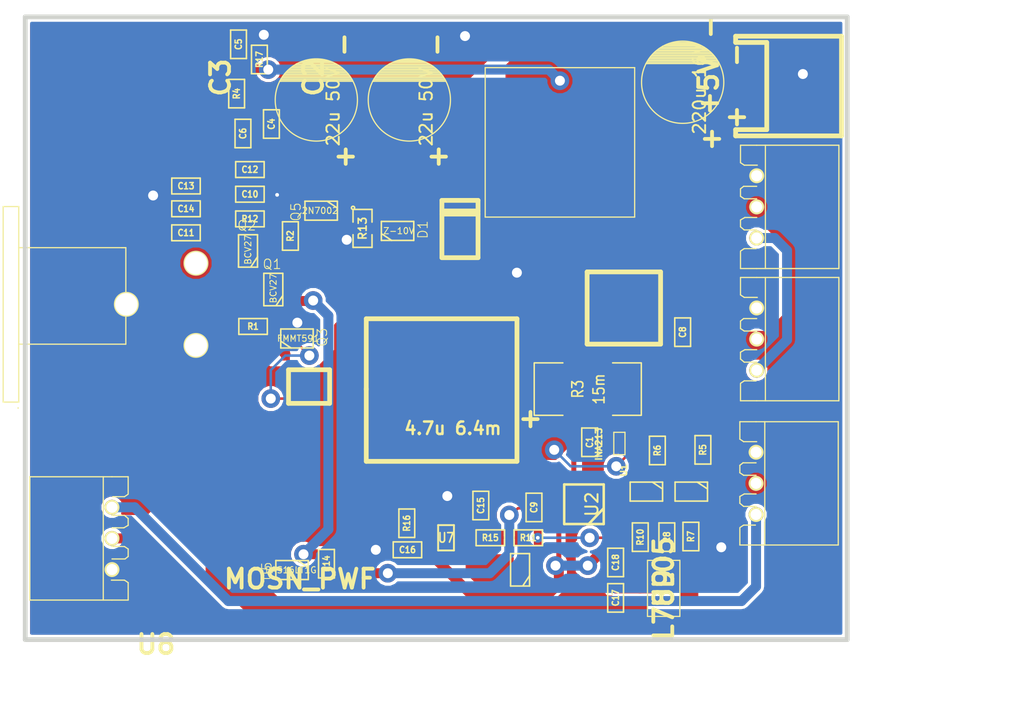
<source format=kicad_pcb>
(kicad_pcb (version 20211014) (generator pcbnew)
  (title_block (date "17 mar 2014"))
  (layers (0 "F.Cu" signal "Front") (31 "B.Cu" signal "Back") (34 "B.Paste" user) (35 "F.Paste" user) (36 "B.SilkS" user "B.Silkscreen") (37 "F.SilkS" user "F.Silkscreen") (38 "B.Mask" user) (39 "F.Mask" user) (44 "Edge.Cuts" user))
  (net 0 "")
  (net 1 "+5V")
  (net 2 "/Connector In/Stabilized")
  (net 3 "/Motor Alimentation/cmdNmos")
  (net 4 "/Motor Alimentation/outINA")
  (net 5 "/connector Out/14V")
  (net 6 "/connector Out/5V")
  (net 7 "/connector Out/Data")
  (net 8 "/connector Out/Data2")
  (net 9 "GND")
  (net 10 "N-0000011")
  (net 11 "N-0000012")
  (net 12 "N-0000013")
  (net 13 "N-0000014")
  (net 14 "N-0000015")
  (net 15 "N-0000016")
  (net 16 "N-0000019")
  (net 17 "N-0000020")
  (net 18 "N-0000021")
  (net 19 "N-0000022")
  (net 20 "N-0000023")
  (net 21 "N-0000024")
  (net 22 "N-0000025")
  (net 23 "N-0000026")
  (net 24 "N-000004")
  (net 25 "N-000005")
  (net 26 "N-000006")
  (net 27 "N-000008")
  (net 28 "N-000009")
  (footprint "SM0603" (layer "F.Cu") (at 74.3204 55.7784 -90)
    (fp_text reference "C1")
    (fp_text value "100n" hide)
  )
  (footprint "CAN-Radial-D8" (layer "F.Cu") (at 59.8424 28.2956 -90)
    (fp_text reference "C2")
    (fp_text value "22u 50V")
  )
  (footprint "CAN-Radial-D8" (layer "F.Cu") (at 52.3748 28.2956 -90)
    (fp_text reference "C3")
    (fp_text value "22u 50V")
  )
  (footprint "SM0603" (layer "F.Cu") (at 48.768 30.226 90)
    (fp_text reference "C4")
    (fp_text value "470n" hide)
  )
  (footprint "SM0603" (layer "F.Cu") (at 46.1264 23.8252 90)
    (fp_text reference "C5")
    (fp_text value "100n" hide)
  )
  (footprint "SM0603" (layer "F.Cu") (at 46.482 30.988 -90)
    (fp_text reference "C6")
    (fp_text value "10n" hide)
  )
  (footprint "CAN-Radial-D8" (layer "F.Cu") (at 81.788 26.8732 -90)
    (fp_text reference "C7" hide)
    (fp_text value "220u 16V")
  )
  (footprint "SM0603" (layer "F.Cu") (at 81.788 46.9392 -90)
    (fp_text reference "C8")
    (fp_text value "20u" hide)
  )
  (footprint "SM0603" (layer "F.Cu") (at 69.85 61.0108 -90)
    (fp_text reference "C9")
    (fp_text value "100n" hide)
  )
  (footprint "SM0603" (layer "F.Cu") (at 47.0408 35.8648)
    (fp_text reference "C10")
    (fp_text value "4.7u" hide)
  )
  (footprint "SM0603" (layer "F.Cu") (at 41.91 38.9636 180)
    (fp_text reference "C11")
    (fp_text value "4.7u" hide)
  )
  (footprint "SM0603" (layer "F.Cu") (at 47.0408 33.8836)
    (fp_text reference "C12")
    (fp_text value "4.7u" hide)
  )
  (footprint "SM0603" (layer "F.Cu") (at 41.91 35.2044 180)
    (fp_text reference "C13")
    (fp_text value "4.7u" hide)
  )
  (footprint "SM0603" (layer "F.Cu") (at 41.91 37.0332 180)
    (fp_text reference "C14")
    (fp_text value "4.7u" hide)
  )
  (footprint "SM0603" (layer "F.Cu") (at 65.5828 60.8584 -90)
    (fp_text reference "C15")
    (fp_text value "470p" hide)
  )
  (footprint "SOT23D" (layer "F.Cu") (at 58.928 38.8112)
    (fp_text reference "D1")
    (fp_text value "Z-10V")
  )
  (footprint "SOT23D" (layer "F.Cu") (at 82.4484 59.7408 180)
    (fp_text reference "D2" hide)
    (fp_text value "BAS16LT1G" hide)
  )
  (footprint "SOT23D" (layer "F.Cu") (at 78.8416 59.7408 180)
    (fp_text reference "D3" hide)
    (fp_text value "BAS16LT1G" hide)
  )
  (footprint "PowerFlat" (layer "F.Cu") (at 77.216 47.7012)
    (fp_text reference "D4" hide)
    (fp_text value "STPS3045DJF" hide)
  )
  (footprint "DO-214AC" (layer "F.Cu") (at 63.9064 38.6588 90)
    (fp_text reference "D6" hide)
    (fp_text value "B350A-13-F" hide)
  )
  (footprint "Molex3B_90" (layer "F.Cu") (at 87.6808 59.0804 -90)
    (fp_text reference "K1" hide)
    (fp_text value "CONN_3" hide)
  )
  (footprint "Molex3B_90" (layer "F.Cu") (at 35.9664 63.5 90)
    (fp_text reference "K2" hide)
    (fp_text value "CONN_3" hide)
  )
  (footprint "Molex3B_90" (layer "F.Cu") (at 87.7316 47.498 -90)
    (fp_text reference "K3" hide)
    (fp_text value "CONN_3" hide)
  )
  (footprint "Molex3B_90" (layer "F.Cu") (at 87.7316 36.8808 -90)
    (fp_text reference "K4" hide)
    (fp_text value "CONN_3" hide)
  )
  (footprint "Inductor1210" (layer "F.Cu") (at 62.4332 51.562)
    (fp_text reference "L1" hide)
    (fp_text value "4.7u 6.4m")
  )
  (footprint "L-12-12-10" (layer "F.Cu") (at 71.9328 31.6992)
    (fp_text reference "L2" hide)
    (fp_text value "33u" hide)
  )
  (footprint "CONN_JST-2_SMD" (layer "F.Cu") (at 94.5388 27.178 90)
    (fp_text reference "+5V")
    (fp_text value "CONN_2" hide)
  )
  (footprint "JACK_Puissance" (layer "F.Cu") (at 27.2288 44.704)
    (fp_text reference "P4" hide)
    (fp_text value "CONN_2" hide)
  )
  (footprint "SOT23_p" (layer "F.Cu") (at 48.9204 43.4848 90)
    (fp_text reference "Q1")
    (fp_text value "BCV27")
  )
  (footprint "SOT23_p" (layer "F.Cu") (at 46.8884 40.386 90)
    (fp_text reference "Q2")
    (fp_text value "BCV27")
  )
  (footprint "SOT23_p" (layer "F.Cu") (at 50.8508 47.4472)
    (fp_text reference "Q3")
    (fp_text value "FMMT591")
  )
  (footprint "SOT23" (layer "F.Cu") (at 52.7304 37.1856 180)
    (fp_text reference "Q5")
    (fp_text value "2N7002")
  )
  (footprint "SM0603" (layer "F.Cu") (at 47.2948 46.482)
    (fp_text reference "R1")
    (fp_text value "1k" hide)
  )
  (footprint "SM0603" (layer "F.Cu") (at 50.292 39.2176 90)
    (fp_text reference "R2")
    (fp_text value "330" hide)
  )
  (footprint "SM2512" (layer "F.Cu") (at 74.168 51.5112)
    (fp_text reference "R3")
    (fp_text value "15m")
  )
  (footprint "SM0603" (layer "F.Cu") (at 45.974 27.7876 -90)
    (fp_text reference "R4")
    (fp_text value "8.2k" hide)
  )
  (footprint "SM0603" (layer "F.Cu") (at 83.4136 56.388 90)
    (fp_text reference "R5")
    (fp_text value "49.3k" hide)
  )
  (footprint "SM0603" (layer "F.Cu") (at 79.756 56.4388 90)
    (fp_text reference "R6")
    (fp_text value "10k" hide)
  )
  (footprint "SM0603" (layer "F.Cu") (at 82.4484 63.3476 -90)
    (fp_text reference "R7")
    (fp_text value "10k" hide)
  )
  (footprint "SM0603" (layer "F.Cu") (at 80.518 63.3984 90)
    (fp_text reference "R8")
    (fp_text value "10k" hide)
  )
  (footprint "SM0603" (layer "F.Cu") (at 78.3844 63.3984 -90)
    (fp_text reference "R10")
    (fp_text value "10k" hide)
  )
  (footprint "SM0603" (layer "F.Cu") (at 69.3928 63.4492)
    (fp_text reference "R11")
    (fp_text value "470k" hide)
  )
  (footprint "SM0603" (layer "F.Cu") (at 47.0408 37.846)
    (fp_text reference "R12")
    (fp_text value "1k" hide)
  )
  (footprint "SM0805" (layer "F.Cu") (at 56.0832 38.608 -90)
    (fp_text reference "R13")
    (fp_text value "3k" hide)
  )
  (footprint "SM0603" (layer "F.Cu") (at 53.1876 65.532 -90)
    (fp_text reference "R14")
    (fp_text value "1k" hide)
  )
  (footprint "SM0603" (layer "F.Cu") (at 66.3448 63.4492 180)
    (fp_text reference "R15")
    (fp_text value "1k" hide)
  )
  (footprint "SM0603" (layer "F.Cu") (at 59.6392 62.2808 90)
    (fp_text reference "R16")
    (fp_text value "10k" hide)
  )
  (footprint "SC70" (layer "F.Cu") (at 76.708 55.88 -90)
    (fp_text reference "U1")
    (fp_text value "INA213")
  )
  (footprint "MSOP_8" (layer "F.Cu") (at 73.8632 60.7568 90)
    (fp_text reference "U2")
    (fp_text value "LT1721" hide)
  )
  (footprint "PowerPAK" (layer "F.Cu") (at 50.3428 51.2572 -90)
    (fp_text reference "U3" hide)
    (fp_text value "SI7101DN-T1-GE3" hide)
  )
  (footprint "TO263" (layer "F.Cu") (at 35.2552 28.3972)
    (fp_text reference "U4" hide)
    (fp_text value "LM2673" hide)
  )
  (footprint "SOT23" (layer "F.Cu") (at 50.3936 66.04 180)
    (fp_text reference "U5")
    (fp_text value "BAS16LT1G")
  )
  (footprint "SOT23" (layer "F.Cu") (at 68.7324 65.9892 90)
    (fp_text reference "U6" hide)
    (fp_text value "BAS16LT1G" hide)
  )
  (footprint "SOT353" (layer "F.Cu") (at 62.7888 63.4492 180)
    (fp_text reference "U7")
    (fp_text value "74HC1G14" hide)
  )
  (footprint "SM0603" (layer "F.Cu") (at 59.69 64.4144)
    (fp_text reference "C16")
    (fp_text value "100n" hide)
  )
  (footprint "PG-TDSON" (layer "F.Cu") (at 51.0032 60.9092)
    (fp_text reference "U8")
    (fp_text value "MOSN_PWF")
  )
  (footprint "SM0603" (layer "F.Cu") (at 47.8028 25.0444 -90)
    (fp_text reference "R17")
    (fp_text value "1k" hide)
  )
  (footprint "SM0603" (layer "F.Cu") (at 76.4032 68.2752 90)
    (fp_text reference "C17")
    (fp_text value "330n" hide)
  )
  (footprint "SM0603" (layer "F.Cu") (at 76.4032 65.4304 -90)
    (fp_text reference "C18")
    (fp_text value "100n" hide)
  )
  (footprint "SOT-89" (layer "F.Cu") (at 80.264 67.5132 -90)
    (fp_text reference "U9")
    (fp_text value "L78L05")
  )
  (gr_line (start 95 21.6256) (end 95 71.6256) (layer "Edge.Cuts") (width 0.381))
  (gr_line (start 29 71.6256) (end 95 71.6256) (layer "Edge.Cuts") (width 0.381))
  (gr_line (start 29 21.6256) (end 95 21.6256) (layer "Edge.Cuts") (width 0.381))
  (gr_line (start 29 21.6256) (end 29 71.6256) (layer "Edge.Cuts") (width 0.381))
  (segment (start 69.89064 61.73216) (end 71.7042 61.73216) (width 0.4) (layer "F.Cu") (net 1))
  (segment (start 71.8439 61.87186) (end 71.7042 61.73216) (width 0.2032) (layer "F.Cu") (net 1))
  (segment (start 71.8439 67.1449) (end 70.9676 68.0212) (width 0.8) (layer "F.Cu") (net 1))
  (segment (start 70.9676 68.0212) (end 64.8208 68.0212) (width 0.8) (layer "F.Cu") (net 1))
  (segment (start 64.8208 68.0212) (end 61.7728 64.9732) (width 0.8) (layer "F.Cu") (net 1))
  (segment (start 61.7728 64.9732) (end 61.7728 64.4144) (width 0.8) (layer "F.Cu") (net 1))
  (segment (start 60.7822 64.0842) (end 60.452 64.4144) (width 0.4) (layer "F.Cu") (net 1))
  (segment (start 61.7728 64.4144) (end 61.7728 64.0842) (width 0.4) (layer "F.Cu") (net 1))
  (segment (start 78.364 64.1808) (end 78.3844 64.1604) (width 0.8) (layer "F.Cu") (net 1))
  (segment (start 71.5772 65.6844) (end 71.8439 65.6844) (width 0.8) (layer "F.Cu") (net 1))
  (segment (start 71.8439 65.532) (end 71.8439 65.6844) (width 0.8) (layer "F.Cu") (net 1))
  (segment (start 76.9112 64.1604) (end 76.4032 64.6684) (width 0.8) (layer "F.Cu") (net 1))
  (segment (start 75.184 64.6684) (end 76.4032 64.6684) (width 0.8) (layer "F.Cu") (net 1))
  (segment (start 78.364 66.0232) (end 78.364 64.1808) (width 0.8) (layer "F.Cu") (net 1))
  (segment (start 61.7728 64.0842) (end 60.7822 64.0842) (width 0.4) (layer "F.Cu") (net 1))
  (segment (start 71.8439 65.532) (end 71.8439 61.87186) (width 0.4) (layer "F.Cu") (net 1))
  (segment (start 78.3844 64.1604) (end 76.9112 64.1604) (width 0.8) (layer "F.Cu") (net 1))
  (segment (start 71.8439 65.532) (end 71.8439 67.1449) (width 0.8) (layer "F.Cu") (net 1))
  (segment (start 74.168 65.6844) (end 75.184 64.6684) (width 0.8) (layer "F.Cu") (net 1))
  (segment (start 69.85 61.7728) (end 69.89064 61.73216) (width 0.2032) (layer "F.Cu") (net 1))
  (segment (start 61.7728 64.4144) (end 60.452 64.4144) (width 0.4) (layer "F.Cu") (net 1))
  (via (at 74.168 65.6844) (size 1.5) (drill 0.8) (layers "F.Cu" "B.Cu") (net 1))
  (via (at 71.5772 65.6844) (size 1.5) (drill 0.8) (layers "F.Cu" "B.Cu") (net 1))
  (segment (start 74.168 65.6844) (end 71.5772 65.6844) (width 0.8) (layer "B.Cu") (net 1))
  (segment (start 42.7576 41.4528) (end 42.7088 41.404) (width 0.2032) (layer "F.Cu") (net 2))
  (segment (start 45.7588 38.354) (end 46.2788 37.846) (width 0.3) (layer "F.Cu") (net 2))
  (segment (start 74.33056 56.53024) (end 74.3204 56.5404) (width 0.2032) (layer "F.Cu") (net 2))
  (segment (start 74.3204 61.6712) (end 72.7964 63.1952) (width 0.2032) (layer "F.Cu") (net 2))
  (segment (start 72.7964 63.1952) (end 72.7964 68.072) (width 0.2032) (layer "F.Cu") (net 2))
  (segment (start 42.7736 39.0652) (end 42.672 38.9636) (width 0.2032) (layer "F.Cu") (net 2))
  (segment (start 47.9298 50.2666) (end 46.5328 48.8696) (width 0.2032) (layer "F.Cu") (net 2))
  (segment (start 46.5328 48.8696) (end 46.5328 46.482) (width 0.2032) (layer "F.Cu") (net 2))
  (segment (start 45.5168 45.466) (end 46.5328 46.482) (width 0.8) (layer "F.Cu") (net 2))
  (segment (start 45.6184 41.3512) (end 45.5168 41.4528) (width 0.2032) (layer "F.Cu") (net 2))
  (segment (start 46.5328 52.4256) (end 44.8056 54.1528) (width 0.8) (layer "F.Cu") (net 2))
  (segment (start 44.8056 54.1528) (end 44.8056 65.6336) (width 0.8) (layer "F.Cu") (net 2))
  (segment (start 44.8056 65.6336) (end 48.8188 69.6468) (width 0.8) (layer "F.Cu") (net 2))
  (segment (start 48.8188 69.6468) (end 71.2216 69.6468) (width 0.8) (layer "F.Cu") (net 2))
  (segment (start 71.2216 69.6468) (end 72.4916 68.3768) (width 0.8) (layer "F.Cu") (net 2))
  (segment (start 48.7172 30.9372) (end 48.768 30.988) (width 0.2032) (layer "F.Cu") (net 2))
  (segment (start 52.3672 30.988) (end 52.3748 30.9956) (width 0.2032) (layer "F.Cu") (net 2))
  (segment (start 42.7088 39.0004) (end 42.672 38.9636) (width 0.8) (layer "F.Cu") (net 2))
  (segment (start 42.672 34.3916) (end 41.4528 33.1724) (width 0.8) (layer "F.Cu") (net 2))
  (segment (start 41.4528 33.1724) (end 41.4528 31.1912) (width 0.8) (layer "F.Cu") (net 2))
  (segment (start 41.4528 31.1912) (end 41.7068 30.9372) (width 0.8) (layer "F.Cu") (net 2))
  (segment (start 41.7068 30.9372) (end 43.5752 30.9372) (width 0.8) (layer "F.Cu") (net 2))
  (segment (start 77.216 34.6964) (end 73.5152 30.9956) (width 0.8) (layer "F.Cu") (net 2))
  (segment (start 73.5152 30.9956) (end 59.8424 30.9956) (width 0.8) (layer "F.Cu") (net 2))
  (segment (start 73.118 69.0032) (end 72.4916 68.3768) (width 0.8) (layer "F.Cu") (net 2))
  (segment (start 72.4916 68.3768) (end 72.7964 68.072) (width 0.8) (layer "F.Cu") (net 2))
  (segment (start 42.672 38.9636) (end 42.672 37.0332) (width 0.8) (layer "F.Cu") (net 2))
  (segment (start 46.2788 35.8648) (end 46.2788 37.846) (width 0.8) (layer "F.Cu") (net 2))
  (segment (start 46.228 38.5572) (end 42.7736 39.0652) (width 0.8) (layer "F.Cu") (net 2))
  (segment (start 42.7088 41.404) (end 45.7588 38.354) (width 0.8) (layer "F.Cu") (net 2))
  (segment (start 78.364 69.0032) (end 73.118 69.0032) (width 0.8) (layer "F.Cu") (net 2))
  (segment (start 77.216 44.0817) (end 77.216 34.6964) (width 0.8) (layer "F.Cu") (net 2))
  (segment (start 45.6184 40.386) (end 45.6184 41.3512) (width 0.8) (layer "F.Cu") (net 2))
  (segment (start 48.768 30.988) (end 52.3672 30.988) (width 0.2032) (layer "F.Cu") (net 2))
  (segment (start 74.3204 56.5404) (end 74.3204 61.6712) (width 0.2032) (layer "F.Cu") (net 2))
  (segment (start 50.3428 50.2666) (end 47.9298 50.2666) (width 0.2032) (layer "F.Cu") (net 2))
  (segment (start 46.5328 46.482) (end 46.5328 52.4256) (width 0.8) (layer "F.Cu") (net 2))
  (segment (start 42.672 37.0332) (end 42.672 35.2044) (width 0.8) (layer "F.Cu") (net 2))
  (segment (start 43.5752 30.9372) (end 48.7172 30.9372) (width 0.2032) (layer "F.Cu") (net 2))
  (segment (start 50.3428 50.927) (end 50.3428 50.2666) (width 0.2032) (layer "F.Cu") (net 2))
  (segment (start 76.00696 56.53024) (end 74.33056 56.53024) (width 0.2032) (layer "F.Cu") (net 2))
  (segment (start 52.3748 30.9956) (end 59.8424 30.9956) (width 0.2032) (layer "F.Cu") (net 2))
  (segment (start 45.5168 41.4528) (end 42.7576 41.4528) (width 0.8) (layer "F.Cu") (net 2))
  (segment (start 45.5168 41.4528) (end 45.5168 45.466) (width 0.8) (layer "F.Cu") (net 2))
  (segment (start 42.672 35.2044) (end 42.672 34.3916) (width 0.8) (layer "F.Cu") (net 2))
  (segment (start 42.7088 41.404) (end 42.7088 39.0004) (width 0.8) (layer "F.Cu") (net 2))
  (segment (start 50.3428 51.5874) (end 50.3428 50.927) (width 0.2032) (layer "F.Cu") (net 2))
  (segment (start 46.2788 33.8836) (end 46.2788 35.8648) (width 0.8) (layer "F.Cu") (net 2))
  (segment (start 61.7474 62.8396) (end 61.7728 62.8142) (width 0.3) (layer "F.Cu") (net 3))
  (segment (start 59.4106 59.0042) (end 59.6392 59.2328) (width 0.2032) (layer "F.Cu") (net 3))
  (segment (start 59.6392 59.2328) (end 59.6392 61.5188) (width 0.8) (layer "F.Cu") (net 3))
  (segment (start 61.214 61.5188) (end 61.7728 62.0776) (width 0.8) (layer "F.Cu") (net 3))
  (segment (start 61.7728 62.0776) (end 61.7728 62.8142) (width 0.8) (layer "F.Cu") (net 3))
  (segment (start 57.2532 59.0042) (end 59.4106 59.0042) (width 0.8) (layer "F.Cu") (net 3))
  (segment (start 59.6392 61.5188) (end 61.214 61.5188) (width 0.8) (layer "F.Cu") (net 3))
  (segment (start 79.30896 55.22976) (end 79.756 55.6768) (width 0.2032) (layer "F.Cu") (net 4))
  (segment (start 77.40904 55.22976) (end 79.30896 55.22976) (width 0.2032) (layer "F.Cu") (net 4))
  (segment (start 89.1032 47.498) (end 91.2876 45.3136) (width 0.2032) (layer "F.Cu") (net 5))
  (segment (start 91.2876 45.3136) (end 91.2876 40.4368) (width 0.2032) (layer "F.Cu") (net 5))
  (segment (start 91.2876 40.4368) (end 87.7316 36.8808) (width 0.2032) (layer "F.Cu") (net 5))
  (segment (start 77.16774 53.84546) (end 76.708 54.3052) (width 0.3) (layer "F.Cu") (net 5))
  (segment (start 76.708 54.3052) (end 76.708 55.8292) (width 0.3) (layer "F.Cu") (net 5))
  (segment (start 76.708 55.8292) (end 76.7588 55.88) (width 0.3) (layer "F.Cu") (net 5))
  (segment (start 76.7588 55.88) (end 77.40904 55.88) (width 0.3) (layer "F.Cu") (net 5))
  (segment (start 77.16774 48.38446) (end 77.851 47.7012) (width 0.2032) (layer "F.Cu") (net 5))
  (segment (start 75.0824 47.7012) (end 75.311 47.7012) (width 0.2032) (layer "F.Cu") (net 5))
  (segment (start 87.5284 47.7012) (end 87.7316 47.498) (width 0.2032) (layer "F.Cu") (net 5))
  (segment (start 79.2988 51.5112) (end 77.16774 51.5112) (width 0.2032) (layer "F.Cu") (net 5))
  (segment (start 85.852 59.0804) (end 85.2932 58.5216) (width 0.2032) (layer "F.Cu") (net 5))
  (segment (start 85.2932 58.5216) (end 85.2932 56.2356) (width 0.2032) (layer "F.Cu") (net 5))
  (segment (start 85.2932 56.2356) (end 84.6836 55.626) (width 0.2032) (layer "F.Cu") (net 5))
  (segment (start 84.6836 55.626) (end 83.4136 55.626) (width 0.2032) (layer "F.Cu") (net 5))
  (segment (start 86.3092 47.498) (end 80.7974 53.0098) (width 0.2032) (layer "F.Cu") (net 5))
  (segment (start 80.7974 53.0098) (end 79.2988 51.5112) (width 0.2032) (layer "F.Cu") (net 5))
  (segment (start 38.354 63.5) (end 45.5676 70.7136) (width 0.8) (layer "F.Cu") (net 5))
  (segment (start 91.5416 60.0964) (end 90.5256 59.0804) (width 0.8) (layer "F.Cu") (net 5))
  (segment (start 87.6808 59.0804) (end 90.5256 59.0804) (width 0.8) (layer "F.Cu") (net 5))
  (segment (start 91.5416 68.2752) (end 89.2048 70.612) (width 0.8) (layer "F.Cu") (net 5))
  (segment (start 89.1032 70.7136) (end 89.2048 70.612) (width 0.8) (layer "F.Cu") (net 5))
  (segment (start 77.16774 51.5112) (end 77.16774 48.38446) (width 0.2032) (layer "F.Cu") (net 5))
  (segment (start 76.581 47.7012) (end 75.0824 47.7012) (width 0.2032) (layer "F.Cu") (net 5))
  (segment (start 81.788 47.7012) (end 79.121 47.7012) (width 0.2032) (layer "F.Cu") (net 5))
  (segment (start 81.788 47.7012) (end 87.5284 47.7012) (width 0.2032) (layer "F.Cu") (net 5))
  (segment (start 91.5416 68.2752) (end 91.5416 60.0964) (width 0.8) (layer "F.Cu") (net 5))
  (segment (start 38.354 63.5) (end 35.9664 63.5) (width 0.8) (layer "F.Cu") (net 5))
  (segment (start 45.5676 70.7136) (end 89.1032 70.7136) (width 0.8) (layer "F.Cu") (net 5))
  (segment (start 83.4136 55.626) (end 80.7974 53.0098) (width 0.2032) (layer "F.Cu") (net 5))
  (segment (start 87.6808 59.0804) (end 85.852 59.0804) (width 0.2032) (layer "F.Cu") (net 5))
  (segment (start 77.851 47.7012) (end 76.581 47.7012) (width 0.2032) (layer "F.Cu") (net 5))
  (segment (start 87.7316 47.498) (end 89.1032 47.498) (width 0.2032) (layer "F.Cu") (net 5))
  (segment (start 77.851 47.7012) (end 79.121 47.7012) (width 0.2032) (layer "F.Cu") (net 5))
  (segment (start 77.16774 51.5112) (end 77.16774 53.84546) (width 0.3) (layer "F.Cu") (net 5))
  (segment (start 87.7316 47.498) (end 86.3092 47.498) (width 0.2032) (layer "F.Cu") (net 5))
  (segment (start 87.17026 28.2956) (end 87.28964 28.17622) (width 0.8) (layer "F.Cu") (net 6))
  (segment (start 83.18498 28.17622) (end 87.28964 28.17622) (width 0.8) (layer "F.Cu") (net 6))
  (segment (start 78.964 26.7492) (end 81.788 29.5732) (width 0.8) (layer "F.Cu") (net 6))
  (segment (start 47.752 25.8572) (end 47.8028 25.8064) (width 0.2032) (layer "F.Cu") (net 6))
  (segment (start 43.5752 25.8572) (end 47.752 25.8572) (width 0.2032) (layer "F.Cu") (net 6))
  (segment (start 43.5752 25.8572) (end 48.514 25.8572) (width 0.8) (layer "F.Cu") (net 6))
  (segment (start 81.788 29.5732) (end 83.18498 28.17622) (width 0.8) (layer "F.Cu") (net 6))
  (segment (start 71.9328 26.7492) (end 78.964 26.7492) (width 0.8) (layer "F.Cu") (net 6))
  (via (at 71.9328 26.7492) (size 1.5) (drill 0.8) (layers "F.Cu" "B.Cu") (net 6))
  (via (at 48.514 25.8572) (size 1.5) (drill 0.8) (layers "F.Cu" "B.Cu") (net 6))
  (segment (start 71.9328 26.7492) (end 71.0408 25.8572) (width 0.8) (layer "B.Cu") (net 6))
  (segment (start 71.0408 25.8572) (end 48.514 25.8572) (width 0.8) (layer "B.Cu") (net 6))
  (segment (start 37.7844 61) (end 45.3136 68.5292) (width 0.8) (layer "B.Cu") (net 7))
  (segment (start 45.3136 68.5292) (end 86.5124 68.5292) (width 0.8) (layer "B.Cu") (net 7))
  (segment (start 86.5124 68.5292) (end 87.6808 67.3608) (width 0.8) (layer "B.Cu") (net 7))
  (segment (start 87.6808 67.3608) (end 87.6808 61.5804) (width 0.8) (layer "B.Cu") (net 7))
  (segment (start 35.9664 61) (end 37.7844 61) (width 0.8) (layer "B.Cu") (net 7))
  (segment (start 90.17 47.5596) (end 90.17 40.386) (width 0.8) (layer "B.Cu") (net 8))
  (segment (start 90.17 40.386) (end 89.1648 39.3808) (width 0.8) (layer "B.Cu") (net 8))
  (segment (start 89.1648 39.3808) (end 87.7316 39.3808) (width 0.8) (layer "B.Cu") (net 8))
  (segment (start 87.7316 49.998) (end 90.17 47.5596) (width 0.8) (layer "B.Cu") (net 8))
  (segment (start 70.31736 59.78144) (end 71.7042 59.78144) (width 0.2032) (layer "F.Cu") (net 9))
  (segment (start 59.817 62.8142) (end 59.8424 62.8396) (width 0.3) (layer "F.Cu") (net 9))
  (segment (start 57.177 61.3664) (end 56.9484 61.595) (width 0.3) (layer "F.Cu") (net 9))
  (segment (start 80.5688 64.1096) (end 80.518 64.1604) (width 0.3) (layer "F.Cu") (net 9))
  (segment (start 65.7352 60.2488) (end 69.85 60.2488) (width 0.4) (layer "F.Cu") (net 9))
  (segment (start 74.53376 55.22976) (end 74.3204 55.0164) (width 0.4) (layer "F.Cu") (net 9))
  (segment (start 56.4744 39.9517) (end 56.0832 39.5605) (width 0.2032) (layer "F.Cu") (net 9))
  (segment (start 86.5524 46.1772) (end 87.7316 44.998) (width 0.8) (layer "F.Cu") (net 9))
  (segment (start 42.8244 48.1196) (end 42.7088 48.004) (width 0.2032) (layer "F.Cu") (net 9))
  (segment (start 37.1188 30.2608) (end 35.2552 28.3972) (width 0.2032) (layer "F.Cu") (net 9))
  (segment (start 51.7271 35.8648) (end 51.7779 35.9156) (width 0.2032) (layer "F.Cu") (net 9))
  (segment (start 49.1744 35.8648) (end 49.2252 35.9156) (width 0.2032) (layer "F.Cu") (net 9))
  (segment (start 39.2684 35.9664) (end 39.624 36.322) (width 0.2032) (layer "F.Cu") (net 9))
  (segment (start 39.5732 37.0332) (end 41.148 37.0332) (width 0.2032) (layer "F.Cu") (net 9))
  (segment (start 56.9738 62.8396) (end 56.9484 62.865) (width 0.2032) (layer "F.Cu") (net 9))
  (segment (start 73.4568 55.0164) (end 73.0504 55.4228) (width 0.4) (layer "F.Cu") (net 9))
  (segment (start 73.0504 55.4228) (end 73.0504 58.43524) (width 0.4) (layer "F.Cu") (net 9))
  (segment (start 45.8216 28.3972) (end 45.974 28.5496) (width 0.2032) (layer "F.Cu") (net 9))
  (segment (start 47.8536 28.5496) (end 48.768 29.464) (width 0.2032) (layer "F.Cu") (net 9))
  (segment (start 48.768 29.2024) (end 52.3748 25.5956) (width 0.8) (layer "F.Cu") (net 9))
  (segment (start 83.79458 26.17978) (end 81.788 24.1732) (width 0.8) (layer "F.Cu") (net 9))
  (segment (start 49.1744 35.8648) (end 49.2252 35.9156) (width 0.8) (layer "F.Cu") (net 9))
  (segment (start 40.0304 35.2044) (end 39.2684 35.9664) (width 0.8) (layer "F.Cu") (net 9))
  (segment (start 57.9755 40.3479) (end 58.8264 41.1988) (width 0.8) (layer "F.Cu") (net 9))
  (segment (start 58.8264 41.1988) (end 63.3664 41.1988) (width 0.8) (layer "F.Cu") (net 9))
  (segment (start 63.3664 41.1988) (end 63.9064 40.6588) (width 0.2032) (layer "F.Cu") (net 9))
  (segment (start 91.40698 26.17978) (end 91.44 26.2128) (width 0.8) (layer "F.Cu") (net 9))
  (segment (start 54.8513 39.5605) (end 54.8132 39.5224) (width 0.8) (layer "F.Cu") (net 9))
  (segment (start 40.3352 37.0332) (end 39.2684 35.9664) (width 0.8) (layer "F.Cu") (net 9))
  (segment (start 39.4716 38.9636) (end 39.2684 38.7604) (width 0.8) (layer "F.Cu") (net 9))
  (segment (start 39.2684 38.7604) (end 39.2684 35.9664) (width 0.8) (layer "F.Cu") (net 9))
  (segment (start 66.9732 40.6588) (end 68.4784 42.164) (width 0.8) (layer "F.Cu") (net 9))
  (segment (start 40.5892 23.0632) (end 35.2552 28.3972) (width 0.8) (layer "F.Cu") (net 9))
  (segment (start 49.8424 23.0632) (end 52.3748 25.5956) (width 0.8) (layer "F.Cu") (net 9))
  (segment (start 80.7796 23.1648) (end 64.3128 23.1648) (width 0.8) (layer "F.Cu") (net 9))
  (segment (start 62.2732 23.1648) (end 59.8424 25.5956) (width 0.8) (layer "F.Cu") (net 9))
  (segment (start 64.3128 23.1648) (end 62.2732 23.1648) (width 0.8) (layer "F.Cu") (net 9))
  (segment (start 49.0728 23.0632) (end 49.8424 23.0632) (width 0.8) (layer "F.Cu") (net 9))
  (segment (start 48.1584 23.0632) (end 49.0728 23.0632) (width 0.8) (layer "F.Cu") (net 9))
  (segment (start 84.9484 34.3808) (end 83.5152 35.814) (width 0.8) (layer "F.Cu") (net 9))
  (segment (start 83.5152 35.814) (end 83.5152 45.72) (width 0.8) (layer "F.Cu") (net 9))
  (segment (start 83.5152 45.72) (end 83.058 46.1772) (width 0.8) (layer "F.Cu") (net 9))
  (segment (start 83.058 46.1772) (end 84.2264 46.1772) (width 0.8) (layer "F.Cu") (net 9))
  (segment (start 83.7692 45.72) (end 84.2264 46.1772) (width 0.8) (layer "F.Cu") (net 9))
  (segment (start 84.2264 46.1772) (end 86.5524 46.1772) (width 0.8) (layer "F.Cu") (net 9))
  (segment (start 63.8048 61.0108) (end 62.8904 60.0964) (width 0.4) (layer "F.Cu") (net 9))
  (segment (start 57.4818 63.0428) (end 57.2532 62.8142) (width 0.2032) (layer "F.Cu") (net 9))
  (segment (start 57.3278 62.8142) (end 58.928 64.4144) (width 0.8) (layer "F.Cu") (net 9))
  (segment (start 57.0992 64.4144) (end 57.15 64.4144) (width 0.8) (layer "F.Cu") (net 9))
  (segment (start 57.0992 62.9682) (end 57.2532 62.8142) (width 0.8) (layer "F.Cu") (net 9))
  (segment (start 57.2532 63.3492) (end 58.3184 64.4144) (width 0.8) (layer "F.Cu") (net 9))
  (segment (start 58.3184 64.4144) (end 57.0992 64.4144) (width 0.8) (layer "F.Cu") (net 9))
  (segment (start 72.75576 59.78144) (end 73.0504 59.4868) (width 0.4) (layer "F.Cu") (net 9))
  (segment (start 73.0504 59.4868) (end 73.0504 58.43524) (width 0.4) (layer "F.Cu") (net 9))
  (segment (start 79.6036 67.5132) (end 80.518 66.5988) (width 0.8) (layer "F.Cu") (net 9))
  (segment (start 80.518 66.5988) (end 80.518 64.1604) (width 0.8) (layer "F.Cu") (net 9))
  (segment (start 82.3976 64.1604) (end 82.4484 64.1096) (width 0.8) (layer "F.Cu") (net 9))
  (segment (start 82.55 64.2112) (end 84.8868 64.2112) (width 0.8) (layer "F.Cu") (net 9))
  (segment (start 41.148 38.9636) (end 39.4716 38.9636) (width 0.8) (layer "F.Cu") (net 9))
  (segment (start 76.00696 55.22976) (end 74.53376 55.22976) (width 0.4) (layer "F.Cu") (net 9))
  (segment (start 78.364 67.5132) (end 79.6036 67.5132) (width 0.8) (layer "F.Cu") (net 9))
  (segment (start 65.5828 60.0964) (end 65.7352 60.2488) (width 0.3) (layer "F.Cu") (net 9))
  (segment (start 49.0728 23.0632) (end 49.1744 23.1648) (width 0.8) (layer "F.Cu") (net 9))
  (segment (start 45.974 28.5496) (end 47.8536 28.5496) (width 0.2032) (layer "F.Cu") (net 9))
  (segment (start 76.00696 55.88) (end 76.00696 55.22976) (width 0.4) (layer "F.Cu") (net 9))
  (segment (start 71.7042 59.78144) (end 72.75576 59.78144) (width 0.4) (layer "F.Cu") (net 9))
  (segment (start 76.4032 67.5132) (end 78.364 67.5132) (width 0.8) (layer "F.Cu") (net 9))
  (segment (start 87.28964 26.17978) (end 83.79458 26.17978) (width 0.8) (layer "F.Cu") (net 9))
  (segment (start 46.1264 23.0632) (end 48.1584 23.0632) (width 0.8) (layer "F.Cu") (net 9))
  (segment (start 52.3748 25.5956) (end 59.8424 25.5956) (width 0.8) (layer "F.Cu") (net 9))
  (segment (start 87.28964 26.17978) (end 91.40698 26.17978) (width 0.8) (layer "F.Cu") (net 9))
  (segment (start 83.5152 45.72) (end 83.7692 45.72) (width 0.8) (layer "F.Cu") (net 9))
  (segment (start 47.8028 35.8648) (end 47.8028 33.8836) (width 0.2032) (layer "F.Cu") (net 9))
  (segment (start 41.148 37.0332) (end 41.148 38.9636) (width 0.2032) (layer "F.Cu") (net 9))
  (segment (start 35.2552 28.3972) (end 43.5752 28.3972) (width 0.2032) (layer "F.Cu") (net 9))
  (segment (start 69.85 60.2488) (end 70.31736 59.78144) (width 0.2032) (layer "F.Cu") (net 9))
  (segment (start 56.0832 39.5605) (end 54.8513 39.5605) (width 0.8) (layer "F.Cu") (net 9))
  (segment (start 63.8048 62.8142) (end 63.8048 61.0108) (width 0.4) (layer "F.Cu") (net 9))
  (segment (start 37.1188 44.704) (end 37.1188 30.2608) (width 0.2032) (layer "F.Cu") (net 9))
  (segment (start 82.4484 64.1096) (end 82.55 64.2112) (width 0.8) (layer "F.Cu") (net 9))
  (segment (start 65.5828 60.0964) (end 62.8904 60.0964) (width 0.8) (layer "F.Cu") (net 9))
  (segment (start 41.148 35.2044) (end 40.0304 35.2044) (width 0.8) (layer "F.Cu") (net 9))
  (segment (start 81.788 46.1772) (end 83.058 46.1772) (width 0.8) (layer "F.Cu") (net 9))
  (segment (start 43.5752 28.3972) (end 45.8216 28.3972) (width 0.2032) (layer "F.Cu") (net 9))
  (segment (start 48.768 29.464) (end 48.768 29.2024) (width 0.2032) (layer "F.Cu") (net 9))
  (segment (start 76.4032 66.1924) (end 76.4032 67.5132) (width 0.8) (layer "F.Cu") (net 9))
  (segment (start 41.148 35.2044) (end 41.148 37.0332) (width 0.2032) (layer "F.Cu") (net 9))
  (segment (start 63.9064 40.6588) (end 66.9732 40.6588) (width 0.8) (layer "F.Cu") (net 9))
  (segment (start 57.2532 61.5442) (end 57.2532 62.8142) (width 0.8) (layer "F.Cu") (net 9))
  (segment (start 47.8028 35.8648) (end 49.1744 35.8648) (width 0.8) (layer "F.Cu") (net 9))
  (segment (start 47.8028 35.8648) (end 51.7271 35.8648) (width 0.2032) (layer "F.Cu") (net 9))
  (segment (start 46.1264 23.0632) (end 40.5892 23.0632) (width 0.8) (layer "F.Cu") (net 9))
  (segment (start 57.2532 62.8142) (end 57.3278 62.8142) (width 0.2032) (layer "F.Cu") (net 9))
  (segment (start 57.0992 64.4144) (end 57.0992 62.9682) (width 0.8) (layer "F.Cu") (net 9))
  (segment (start 58.928 64.4144) (end 58.3184 64.4144) (width 0.8) (layer "F.Cu") (net 9))
  (segment (start 57.9755 39.9517) (end 57.9755 40.3479) (width 0.2032) (layer "F.Cu") (net 9))
  (segment (start 57.2532 62.8142) (end 57.2532 63.3492) (width 0.8) (layer "F.Cu") (net 9))
  (segment (start 56.9484 61.595) (end 56.9484 60.325) (width 0.4) (layer "F.Cu") (net 9))
  (segment (start 87.7316 34.3808) (end 84.9484 34.3808) (width 0.8) (layer "F.Cu") (net 9))
  (segment (start 81.788 24.1732) (end 80.7796 23.1648) (width 0.8) (layer "F.Cu") (net 9))
  (segment (start 80.518 64.1604) (end 82.3976 64.1604) (width 0.8) (layer "F.Cu") (net 9))
  (segment (start 59.6392 63.0428) (end 57.4818 63.0428) (width 0.8) (layer "F.Cu") (net 9))
  (segment (start 41.148 37.0332) (end 40.3352 37.0332) (width 0.8) (layer "F.Cu") (net 9))
  (segment (start 57.2532 60.2742) (end 57.2532 61.5442) (width 0.8) (layer "F.Cu") (net 9))
  (segment (start 73.4568 55.0164) (end 74.3204 55.0164) (width 0.4) (layer "F.Cu") (net 9))
  (segment (start 57.9755 39.9517) (end 56.4744 39.9517) (width 0.8) (layer "F.Cu") (net 9))
  (via (at 84.8868 64.2112) (size 1.5) (drill 0.8) (layers "F.Cu" "B.Cu") (net 9))
  (via (at 50.8508 46.1772) (size 1.5) (drill 0.8) (layers "F.Cu" "B.Cu") (net 9))
  (via (at 54.8132 39.5224) (size 1.5) (drill 0.8) (layers "F.Cu" "B.Cu") (net 9))
  (via (at 48.1584 23.0632) (size 1.5) (drill 0.8) (layers "F.Cu" "B.Cu") (net 9))
  (via (at 39.2684 35.9664) (size 1.5) (drill 0.8) (layers "F.Cu" "B.Cu") (net 9))
  (via (at 49.2252 35.9156) (size 0.8) (drill 0.3) (layers "F.Cu" "B.Cu") (net 9))
  (via (at 64.3128 23.1648) (size 1.5) (drill 0.8) (layers "F.Cu" "B.Cu") (net 9))
  (via (at 91.44 26.2128) (size 1.5) (drill 0.8) (layers "F.Cu" "B.Cu") (net 9))
  (via (at 62.8904 60.0964) (size 1.5) (drill 0.8) (layers "F.Cu" "B.Cu") (net 9))
  (via (at 68.4784 42.164) (size 1.5) (drill 0.8) (layers "F.Cu" "B.Cu") (net 9))
  (via (at 57.15 64.4144) (size 1.5) (drill 0.8) (layers "F.Cu" "B.Cu") (net 9))
  (segment (start 49.024 48.004) (end 50.8508 46.1772) (width 0.8) (layer "B.Cu") (net 9))
  (segment (start 42.7088 48.004) (end 49.024 48.004) (width 0.8) (layer "B.Cu") (net 9))
  (segment (start 32.726 66) (end 30.8864 64.1604) (width 0.8) (layer "B.Cu") (net 9))
  (segment (start 30.8864 64.1604) (end 30.8864 46.5328) (width 0.8) (layer "B.Cu") (net 9))
  (segment (start 30.8864 46.5328) (end 32.7152 44.704) (width 0.8) (layer "B.Cu") (net 9))
  (segment (start 32.7152 44.704) (end 37.1188 44.704) (width 0.8) (layer "B.Cu") (net 9))
  (segment (start 39.4088 44.704) (end 42.7088 48.004) (width 0.8) (layer "B.Cu") (net 9))
  (segment (start 49.2252 35.9156) (end 49.1744 35.9664) (width 0.2032) (layer "B.Cu") (net 9))
  (segment (start 49.1744 35.9664) (end 39.2684 35.9664) (width 0.2032) (layer "B.Cu") (net 9))
  (segment (start 91.44 26.2128) (end 87.7316 29.9212) (width 0.8) (layer "B.Cu") (net 9))
  (segment (start 87.7316 29.9212) (end 87.7316 34.3808) (width 0.8) (layer "B.Cu") (net 9))
  (segment (start 54.8132 39.5224) (end 51.2064 35.9156) (width 0.8) (layer "B.Cu") (net 9))
  (segment (start 51.2064 35.9156) (end 49.2252 35.9156) (width 0.8) (layer "B.Cu") (net 9))
  (segment (start 68.4784 42.164) (end 70.2056 42.164) (width 0.8) (layer "B.Cu") (net 9))
  (segment (start 84.8976 42.164) (end 87.7316 44.998) (width 0.8) (layer "B.Cu") (net 9))
  (segment (start 64.3128 23.1648) (end 64.3128 23.2156) (width 0.8) (layer "B.Cu") (net 9))
  (segment (start 64.2112 23.0632) (end 48.1584 23.0632) (width 0.8) (layer "B.Cu") (net 9))
  (segment (start 57.15 64.4144) (end 59.2328 62.3316) (width 0.4) (layer "B.Cu") (net 9))
  (segment (start 62.8904 60.0964) (end 58.5724 64.4144) (width 0.2032) (layer "B.Cu") (net 9))
  (segment (start 58.5724 64.4144) (end 57.15 64.4144) (width 0.2032) (layer "B.Cu") (net 9))
  (segment (start 84.8868 64.2112) (end 84.8868 59.3744) (width 0.8) (layer "B.Cu") (net 9))
  (segment (start 84.8868 59.3744) (end 87.6808 56.5804) (width 0.8) (layer "B.Cu") (net 9))
  (segment (start 70.2056 42.164) (end 84.8976 42.164) (width 0.8) (layer "B.Cu") (net 9))
  (segment (start 37.1188 44.704) (end 39.4088 44.704) (width 0.8) (layer "B.Cu") (net 9))
  (segment (start 35.9664 66) (end 32.726 66) (width 0.8) (layer "B.Cu") (net 9))
  (segment (start 64.3128 23.1648) (end 64.2112 23.0632) (width 0.8) (layer "B.Cu") (net 9))
  (segment (start 53.3508 51.9792) (end 53.4416 52.07) (width 0.2032) (layer "F.Cu") (net 10))
  (segment (start 53.4416 52.07) (end 53.4416 52.24018) (width 0.2032) (layer "F.Cu") (net 10))
  (segment (start 53.4416 52.24018) (end 53.44922 52.2478) (width 0.2032) (layer "F.Cu") (net 10))
  (segment (start 53.32476 50.2666) (end 52.33416 51.2572) (width 0.2032) (layer "F.Cu") (net 10))
  (segment (start 52.63896 51.562) (end 52.33416 51.2572) (width 0.2032) (layer "F.Cu") (net 10))
  (segment (start 53.1984 60.96) (end 53.3508 51.9792) (width 0.2032) (layer "F.Cu") (net 10))
  (segment (start 53.44922 52.2478) (end 53.44922 51.5874) (width 0.2032) (layer "F.Cu") (net 10))
  (segment (start 53.44922 51.5874) (end 53.44922 50.927) (width 0.2032) (layer "F.Cu") (net 10))
  (segment (start 53.44922 50.2666) (end 53.32476 50.2666) (width 0.2032) (layer "F.Cu") (net 10))
  (segment (start 53.44922 50.927) (end 53.44922 50.2666) (width 0.2032) (layer "F.Cu") (net 10))
  (segment (start 57.53354 51.562) (end 52.63896 51.562) (width 0.2032) (layer "F.Cu") (net 10))
  (segment (start 50.3174 52.2732) (end 48.7172 52.2732) (width 0.2032) (layer "F.Cu") (net 11))
  (segment (start 51.816 48.8188) (end 51.8033 48.8061) (width 0.2032) (layer "F.Cu") (net 11))
  (segment (start 51.8033 48.8061) (end 51.8033 48.7172) (width 0.2032) (layer "F.Cu") (net 11))
  (segment (start 50.292 47.2948) (end 49.022 46.0248) (width 0.2032) (layer "F.Cu") (net 11))
  (segment (start 49.022 46.0248) (end 49.022 40.2971) (width 0.2032) (layer "F.Cu") (net 11))
  (segment (start 49.022 40.2971) (end 48.1584 39.4335) (width 0.2032) (layer "F.Cu") (net 11))
  (segment (start 51.7144 48.7172) (end 50.292 47.2948) (width 0.2032) (layer "F.Cu") (net 11))
  (segment (start 50.3428 52.2478) (end 50.3174 52.2732) (width 0.2032) (layer "F.Cu") (net 11))
  (segment (start 51.8033 48.7172) (end 51.8033 48.4505) (width 0.2032) (layer "F.Cu") (net 11))
  (segment (start 51.8033 48.7172) (end 51.7144 48.7172) (width 0.2032) (layer "F.Cu") (net 11))
  (via (at 51.816 48.8188) (size 1.5) (drill 0.8) (layers "F.Cu" "B.Cu") (net 11))
  (via (at 48.7172 52.2732) (size 1.5) (drill 0.8) (layers "F.Cu" "B.Cu") (net 11))
  (segment (start 48.7172 52.2732) (end 48.7172 49.9872) (width 0.2032) (layer "B.Cu") (net 11))
  (segment (start 48.7172 49.9872) (end 49.8856 48.8188) (width 0.2032) (layer "B.Cu") (net 11))
  (segment (start 49.8856 48.8188) (end 51.816 48.8188) (width 0.2032) (layer "B.Cu") (net 11))
  (segment (start 78.64098 61.08192) (end 78.8416 60.8813) (width 0.3) (layer "F.Cu") (net 12))
  (segment (start 76.0222 61.08192) (end 78.64098 61.08192) (width 0.4) (layer "F.Cu") (net 12))
  (segment (start 82.4484 62.5856) (end 82.4484 60.8813) (width 0.3) (layer "F.Cu") (net 12))
  (segment (start 78.8416 60.8813) (end 82.4484 60.8813) (width 0.3) (layer "F.Cu") (net 12))
  (segment (start 79.7941 57.2389) (end 79.756 57.2008) (width 0.8) (layer "F.Cu") (net 13))
  (segment (start 79.7941 58.6003) (end 79.7941 57.2389) (width 0.8) (layer "F.Cu") (net 13))
  (segment (start 77.48016 61.73216) (end 78.3844 62.6364) (width 0.3) (layer "F.Cu") (net 14))
  (segment (start 76.454 63.3984) (end 77.216 62.6364) (width 0.2032) (layer "F.Cu") (net 14))
  (segment (start 77.216 62.6364) (end 78.3844 62.6364) (width 0.2032) (layer "F.Cu") (net 14))
  (segment (start 76.4032 63.4492) (end 74.3204 63.4492) (width 0.2032) (layer "F.Cu") (net 14))
  (segment (start 76.454 63.3984) (end 76.4032 63.4492) (width 0.2032) (layer "F.Cu") (net 14))
  (segment (start 78.3844 62.6364) (end 80.518 62.6364) (width 0.8) (layer "F.Cu") (net 14))
  (segment (start 76.0222 61.73216) (end 77.48016 61.73216) (width 0.3) (layer "F.Cu") (net 14))
  (via (at 70.1548 63.4492) (size 0.8) (drill 0.3) (layers "F.Cu" "B.Cu") (net 14))
  (via (at 74.3204 63.4492) (size 1.5) (drill 0.8) (layers "F.Cu" "B.Cu") (net 14))
  (segment (start 70.1548 63.4492) (end 74.3204 63.4492) (width 0.2032) (layer "B.Cu") (net 14))
  (segment (start 83.4009 57.1627) (end 83.4009 58.6003) (width 0.2032) (layer "F.Cu") (net 15))
  (segment (start 83.4136 57.15) (end 83.4009 57.1627) (width 0.2032) (layer "F.Cu") (net 15))
  (segment (start 50.292 38.4556) (end 52.7304 38.4556) (width 0.8) (layer "F.Cu") (net 17))
  (segment (start 68.55968 61.08192) (end 68.0974 61.5442) (width 0.2032) (layer "F.Cu") (net 18))
  (segment (start 67.8688 61.7728) (end 67.8688 63.2968) (width 0.2032) (layer "F.Cu") (net 18))
  (segment (start 67.8688 63.2968) (end 67.8688 63.3984) (width 0.2032) (layer "F.Cu") (net 18))
  (segment (start 67.7164 63.4492) (end 67.6148 63.4492) (width 0.2032) (layer "F.Cu") (net 18))
  (segment (start 67.6148 63.4492) (end 68.072 63.4492) (width 0.2032) (layer "F.Cu") (net 18))
  (segment (start 67.8434 63.3222) (end 67.7164 63.4492) (width 0.2032) (layer "F.Cu") (net 18))
  (segment (start 67.9704 63.4492) (end 68.072 63.4492) (width 0.2032) (layer "F.Cu") (net 18))
  (segment (start 68.072 63.4492) (end 68.6308 63.4492) (width 0.2032) (layer "F.Cu") (net 18))
  (segment (start 69.2785 66.9417) (end 68.6308 66.294) (width 0.2032) (layer "F.Cu") (net 18))
  (segment (start 68.6308 66.294) (end 68.6308 63.4492) (width 0.2032) (layer "F.Cu") (net 18))
  (segment (start 52.1716 67.31) (end 53.1876 66.294) (width 0.8) (layer "F.Cu") (net 18))
  (segment (start 67.8688 61.6204) (end 67.945 61.5442) (width 0.8) (layer "F.Cu") (net 18))
  (segment (start 67.945 61.5442) (end 68.0974 61.5442) (width 0.8) (layer "F.Cu") (net 18))
  (segment (start 68.0974 61.5442) (end 67.8688 61.7728) (width 0.2032) (layer "F.Cu") (net 18))
  (segment (start 71.7042 61.08192) (end 68.55968 61.08192) (width 0.2032) (layer "F.Cu") (net 18))
  (segment (start 67.8688 63.2968) (end 67.8434 63.3222) (width 0.2032) (layer "F.Cu") (net 18))
  (segment (start 53.1876 66.294) (end 58.1152 66.294) (width 0.8) (layer "F.Cu") (net 18))
  (segment (start 67.8434 63.3222) (end 67.9704 63.4492) (width 0.2032) (layer "F.Cu") (net 18))
  (segment (start 67.1068 63.4492) (end 67.6148 63.4492) (width 0.2032) (layer "F.Cu") (net 18))
  (segment (start 50.3936 67.31) (end 52.1716 67.31) (width 0.8) (layer "F.Cu") (net 18))
  (segment (start 70.0024 66.9417) (end 69.2785 66.9417) (width 0.2032) (layer "F.Cu") (net 18))
  (via (at 67.8688 61.6204) (size 1.5) (drill 0.8) (layers "F.Cu" "B.Cu") (net 18))
  (via (at 58.1152 66.294) (size 1.5) (drill 0.8) (layers "F.Cu" "B.Cu") (net 18))
  (segment (start 58.1152 66.294) (end 66.294 66.294) (width 0.8) (layer "B.Cu") (net 18))
  (segment (start 66.294 66.294) (end 67.8688 64.7192) (width 0.8) (layer "B.Cu") (net 18))
  (segment (start 67.8688 64.7192) (end 67.8688 61.6204) (width 0.8) (layer "B.Cu") (net 18))
  (segment (start 65.6844 65.9892) (end 65.5828 65.8876) (width 0.3) (layer "F.Cu") (net 19))
  (segment (start 65.5828 65.8876) (end 65.5828 63.4492) (width 0.3) (layer "F.Cu") (net 19))
  (segment (start 65.5828 63.4492) (end 63.8048 63.4492) (width 0.3) (layer "F.Cu") (net 19))
  (segment (start 65.5828 61.6204) (end 65.5828 63.4492) (width 0.3) (layer "F.Cu") (net 19))
  (segment (start 67.4624 65.9892) (end 65.6844 65.9892) (width 0.3) (layer "F.Cu") (net 19))
  (segment (start 43.5752 24.5872) (end 46.1264 24.5872) (width 0.2032) (layer "F.Cu") (net 20))
  (segment (start 45.9232 29.6672) (end 46.482 30.226) (width 0.2032) (layer "F.Cu") (net 21))
  (segment (start 43.5752 29.6672) (end 45.9232 29.6672) (width 0.2032) (layer "F.Cu") (net 21))
  (segment (start 46.0248 32.2072) (end 46.482 31.75) (width 0.2032) (layer "F.Cu") (net 22))
  (segment (start 47.0408 32.3088) (end 49.4792 32.3088) (width 0.8) (layer "F.Cu") (net 22))
  (segment (start 49.4792 32.3088) (end 51.308 34.1376) (width 0.8) (layer "F.Cu") (net 22))
  (segment (start 51.308 34.1376) (end 63.2968 34.1376) (width 0.8) (layer "F.Cu") (net 22))
  (segment (start 63.754 34.5948) (end 63.2968 34.1376) (width 0.8) (layer "F.Cu") (net 22))
  (segment (start 63.916 36.6492) (end 63.9064 36.6588) (width 0.8) (layer "F.Cu") (net 22))
  (segment (start 63.9064 34.5948) (end 63.754 34.5948) (width 0.8) (layer "F.Cu") (net 22))
  (segment (start 63.9064 36.6588) (end 63.9064 34.5948) (width 0.8) (layer "F.Cu") (net 22))
  (segment (start 43.5752 32.2072) (end 46.0248 32.2072) (width 0.2032) (layer "F.Cu") (net 22))
  (segment (start 46.482 31.75) (end 47.0408 32.3088) (width 0.8) (layer "F.Cu") (net 22))
  (segment (start 71.9328 36.6492) (end 63.916 36.6492) (width 0.8) (layer "F.Cu") (net 22))
  (segment (start 46.3296 26.8224) (end 46.2788 26.7716) (width 0.2032) (layer "F.Cu") (net 23))
  (segment (start 45.8724 27.1272) (end 45.974 27.0256) (width 0.8) (layer "F.Cu") (net 23))
  (segment (start 43.5752 27.1272) (end 45.8724 27.1272) (width 0.8) (layer "F.Cu") (net 23))
  (segment (start 52.1208 44.3992) (end 52.0827 44.4373) (width 0.8) (layer "F.Cu") (net 24))
  (segment (start 50.1904 44.4373) (end 52.0827 44.4373) (width 0.8) (layer "F.Cu") (net 24))
  (segment (start 51.3461 64.77) (end 53.1876 64.77) (width 0.8) (layer "F.Cu") (net 24))
  (via (at 51.3461 64.77) (size 1.5) (drill 0.8) (layers "F.Cu" "B.Cu") (net 24))
  (via (at 52.1208 44.3992) (size 1.5) (drill 0.8) (layers "F.Cu" "B.Cu") (net 24))
  (segment (start 53.34 62.7761) (end 53.34 45.6184) (width 0.8) (layer "B.Cu") (net 24))
  (segment (start 53.34 45.6184) (end 52.1208 44.3992) (width 0.8) (layer "B.Cu") (net 24))
  (segment (start 51.3461 64.77) (end 53.34 62.7761) (width 0.8) (layer "B.Cu") (net 24))
  (segment (start 48.1584 42.9768) (end 47.6504 43.4848) (width 0.8) (layer "F.Cu") (net 25))
  (segment (start 47.6504 46.0756) (end 48.0568 46.482) (width 0.8) (layer "F.Cu") (net 25))
  (segment (start 48.0568 46.8757) (end 49.8983 48.7172) (width 0.8) (layer "F.Cu") (net 25))
  (segment (start 48.1584 41.3385) (end 48.1584 42.9768) (width 0.8) (layer "F.Cu") (net 25))
  (segment (start 47.6504 43.4848) (end 47.6504 46.0756) (width 0.8) (layer "F.Cu") (net 25))
  (segment (start 48.0568 46.482) (end 48.0568 46.8757) (width 0.2032) (layer "F.Cu") (net 25))
  (segment (start 50.292 42.4307) (end 50.1904 42.5323) (width 0.2032) (layer "F.Cu") (net 26))
  (segment (start 50.292 39.9796) (end 50.292 42.4307) (width 0.8) (layer "F.Cu") (net 26))
  (segment (start 71.16826 55.97906) (end 71.4756 56.2864) (width 0.2032) (layer "F.Cu") (net 27))
  (segment (start 71.4756 56.2864) (end 71.4756 56.388) (width 0.2032) (layer "F.Cu") (net 27))
  (segment (start 76.454 57.7088) (end 77.40904 56.75376) (width 0.2032) (layer "F.Cu") (net 27))
  (segment (start 77.40904 56.75376) (end 77.40904 56.53024) (width 0.2032) (layer "F.Cu") (net 27))
  (segment (start 71.12 51.46294) (end 71.16826 51.5112) (width 0.2032) (layer "F.Cu") (net 27))
  (segment (start 71.16826 51.5112) (end 71.16826 55.97906) (width 0.2032) (layer "F.Cu") (net 27))
  (segment (start 67.33286 51.46294) (end 71.12 51.46294) (width 0.2032) (layer "F.Cu") (net 27))
  (via (at 76.454 57.7088) (size 1.5) (drill 0.8) (layers "F.Cu" "B.Cu") (net 27))
  (via (at 71.4756 56.388) (size 1.5) (drill 0.8) (layers "F.Cu" "B.Cu") (net 27))
  (segment (start 71.4756 56.388) (end 72.7964 57.7088) (width 0.2032) (layer "B.Cu") (net 27))
  (segment (start 72.7964 57.7088) (end 76.454 57.7088) (width 0.2032) (layer "B.Cu") (net 27))
  (segment (start 58.9128 37.6555) (end 56.0832 37.6555) (width 0.8) (layer "F.Cu") (net 28))
  (segment (start 56.0705 37.6428) (end 54.898807 36.795192) (width 0.8) (layer "F.Cu") (net 28))
  (segment (start 48.6664 37.846) (end 49.3268 37.1856) (width 0.8) (layer "F.Cu") (net 28))
  (segment (start 49.3268 37.1856) (end 54.5084 37.1856) (width 0.8) (layer "F.Cu") (net 28))
  (segment (start 54.5084 37.1856) (end 54.898807 36.795193) (width 0.8) (layer "F.Cu") (net 28))
  (segment (start 54.898807 36.795193) (end 54.898807 36.795192) (width 0.2032) (layer "F.Cu") (net 28))
  (segment (start 54.898807 36.795192) (end 53.6829 35.9156) (width 0.8) (layer "F.Cu") (net 28))
  (segment (start 58.928 37.6707) (end 58.9128 37.6555) (width 0.3) (layer "F.Cu") (net 28))
  (segment (start 47.8028 37.846) (end 48.6664 37.846) (width 0.8) (layer "F.Cu") (net 28))
  (segment (start 56.0832 37.6555) (end 56.0705 37.6428) (width 0.3) (layer "F.Cu") (net 28))
  (zone (net 10) (net_name "N-0000011") (layer "F.Cu") (connect_pads yes (clearance 0.25)) (min_thickness 0.254) (fill (thermal_gap 5.08) (thermal_bridge_width 5.08))
    (polygon (pts (xy 64.6176 55.4736) (xy 62.5348 57.5564) (xy 56.4388 57.5564) (xy 55.9816 58.0136) (xy 55.9816 64.4144) (xy 54.6608 65.7352) (xy 49.7332 65.7352) (xy 46.1264 62.1284) (xy 46.1264 55.118) (xy 47.9552 53.2892) (xy 50.9524 53.2892) (xy 51.308 52.9336) (xy 51.308 50.038) (xy 51.6636 49.6824) (xy 52.4764 49.6824) (xy 53.7972 48.3616) (xy 53.7972 46.3296) (xy 54.3052 45.8216) (xy 62.5856 45.8216) (xy 64.6176 47.8536)))
  )
  (zone (net 27) (net_name "N-000008") (layer "F.Cu") (connect_pads yes (clearance 0.25)) (min_thickness 0.254) (fill (thermal_gap 5.08) (thermal_bridge_width 5.08))
    (polygon (pts (xy 65.278 52.324) (xy 65.278 47.752) (xy 66.7004 46.3296) (xy 71.5264 46.3296) (xy 72.898 47.7012) (xy 72.898 55.9308) (xy 71.628 57.2008) (xy 66.294 57.2008) (xy 65.278 56.1848)))
  )
  (zone (net 5) (net_name "/connector Out/14V") (layer "F.Cu") (connect_pads yes (clearance 0.25)) (min_thickness 0.254) (fill (thermal_gap 5.08) (thermal_bridge_width 5.08))
    (polygon (pts (xy 73.4568 52.7304) (xy 73.4568 47.6504) (xy 74.2696 46.8376) (xy 88.5444 46.8376) (xy 90.0684 45.3136) (xy 90.0684 40.1828) (xy 87.9856 38.1) (xy 86.9696 38.1) (xy 86.106 37.2364) (xy 86.106 36.576) (xy 86.106 36.2204) (xy 86.614 35.7124) (xy 92.3036 35.7124) (xy 93.5736 36.9824) (xy 93.5736 59.436) (xy 92.5576 60.452) (xy 85.5472 60.452) (xy 84.5312 59.436) (xy 84.5312 56.7436) (xy 84.1756 56.388) (xy 82.0928 56.388) (xy 79.9592 54.2544) (xy 73.914 54.2544) (xy 73.4568 53.7972)))
  )
  (zone (net 19) (net_name "N-0000022") (layer "F.Cu") (connect_pads yes (clearance 0.25)) (min_thickness 0.254) (fill (thermal_gap 5.08) (thermal_bridge_width 5.08))
    (polygon (pts (xy 64.3636 63.1444) (xy 64.3636 61.5696) (xy 64.3636 61.214) (xy 64.6176 60.96) (xy 66.6496 60.96) (xy 66.9036 61.214) (xy 66.9036 62.1284) (xy 66.4972 62.5348) (xy 66.4972 64.5668) (xy 66.7004 64.77) (xy 67.9704 64.77) (xy 68.2244 65.024) (xy 68.2244 66.4972) (xy 67.7672 66.9544) (xy 65.024 66.9544) (xy 64.3636 66.294)))
  )
  (zone (net 2) (net_name "/Connector In/Stabilized") (layer "F.Cu") (connect_pads yes (clearance 0.2)) (min_thickness 0.254) (fill (thermal_gap 0.5) (thermal_bridge_width 5.08))
    (polygon (pts (xy 80.9752 45.6184) (xy 80.0608 46.5328) (xy 74.7268 46.5328) (xy 73.8124 45.6184) (xy 73.8124 40.386) (xy 75.7936 38.4048) (xy 75.7936 35.052) (xy 73.2028 32.4612) (xy 61.722 32.4612) (xy 61.3156 32.8676) (xy 51.5112 32.8676) (xy 50.2412 31.5976) (xy 47.9044 31.5976) (xy 47.4472 31.1404) (xy 45.1104 31.1404) (xy 44.7548 31.496) (xy 42.4688 31.496) (xy 42.164 31.8008) (xy 42.164 32.9692) (xy 42.4688 33.274) (xy 45.5676 33.274) (xy 45.8216 33.02) (xy 46.736 33.02) (xy 46.8884 33.1724) (xy 46.8884 45.4152) (xy 47.0916 45.6184) (xy 47.0916 48.1076) (xy 48.6664 49.6824) (xy 50.6984 49.6824) (xy 51.0032 49.9872) (xy 51.0032 52.7812) (xy 50.7492 53.0352) (xy 47.5996 53.0352) (xy 45.8724 54.7624) (xy 45.8724 64.77) (xy 49.6824 68.58) (xy 71.1708 68.58) (xy 72.39 67.3608) (xy 72.39 62.738) (xy 73.7108 61.4172) (xy 73.7108 55.9816) (xy 75.3364 55.9816) (xy 75.5904 56.2356) (xy 76.4032 56.2356) (xy 76.6572 56.4896) (xy 76.6572 56.8452) (xy 74.7776 58.7248) (xy 74.7776 62.1792) (xy 73.2028 63.754) (xy 73.2028 66.1924) (xy 73.5584 66.548) (xy 76.5556 66.548) (xy 76.6572 66.6496) (xy 76.6572 70.1548) (xy 47.4472 70.1548) (xy 43.4848 66.1924) (xy 43.4848 51.816) (xy 44.8056 50.4952) (xy 44.8056 46.482) (xy 41.791467 43.467867) (xy 41.2496 42.7228) (xy 41.2496 40.8432) (xy 41.8084 40.2844) (xy 41.8084 34.5948) (xy 40.7924 33.5788) (xy 40.7924 30.6832) (xy 41.1988 30.2768) (xy 45.212 30.2768) (xy 45.6184 30.6832) (xy 47.3964 30.6832) (xy 47.8028 30.2768) (xy 50.1904 30.2768) (xy 51.7144 28.7528) (xy 64.1096 28.7528) (xy 65.024 29.6672) (xy 73.406 29.6672) (xy 80.9752 37.2364)))
  )
  (zone (net 22) (net_name "N-0000025") (layer "F.Cu") (connect_pads yes (clearance 0.2)) (min_thickness 0.254) (fill (thermal_gap 0.5) (thermal_bridge_width 5.08))
    (polygon (pts (xy 75.0824 38.1) (xy 73.7616 39.4208) (xy 66.4464 39.4208) (xy 65.6336 38.608) (xy 62.0776 38.608) (xy 58.42 34.9504) (xy 50.3936 34.9504) (xy 48.3108 32.8676) (xy 46.9392 32.8676) (xy 46.8376 32.766) (xy 42.5196 32.766) (xy 42.5196 31.9024) (xy 42.672 31.75) (xy 45.1104 31.75) (xy 45.5168 31.3436) (xy 47.1932 31.3436) (xy 47.6504 31.8008) (xy 49.9872 31.8008) (xy 51.6636 33.4772) (xy 73.5584 33.4772) (xy 75.0824 35.0012)))
  )
  (zone (net 6) (net_name "/connector Out/5V") (layer "F.Cu") (connect_pads yes (clearance 0.2)) (min_thickness 0.254) (fill (thermal_gap 0.5) (thermal_bridge_width 5.08))
    (polygon (pts (xy 67.564 27.432) (xy 67.564 25.5016) (xy 68.5292 24.5364) (xy 78.8416 24.5364) (xy 81.5848 27.2796) (xy 89.408 27.2796) (xy 89.9668 27.8384) (xy 89.9668 28.956) (xy 89.2048 29.718) (xy 86.868 32.0548) (xy 76.9112 32.0548) (xy 74.0156 29.1592) (xy 68.326 29.1592) (xy 67.564 28.3972)))
  )
  (zone (net 9) (net_name "GND") (layer "F.Cu") (connect_pads yes (clearance 0.2)) (min_thickness 0.254) (fill (thermal_gap 0.5) (thermal_bridge_width 5.08))
    (polygon (pts (xy 92.7608 26.3652) (xy 92.1512 26.9748) (xy 82.2452 26.9748) (xy 79.4004 24.13) (xy 67.1576 24.13) (xy 62.8904 28.3972) (xy 51.4096 28.3972) (xy 49.8856 29.9212) (xy 47.9044 29.9212) (xy 47.0408 29.0576) (xy 41.3004 29.0576) (xy 41.1988 29.1592) (xy 41.1988 29.6672) (xy 40.64 30.226) (xy 40.5892 30.2768) (xy 40.5892 33.782) (xy 41.5544 34.7472) (xy 41.5544 40.2336) (xy 40.7924 40.9956) (xy 40.7924 43.6372) (xy 44.2976 47.1424) (xy 44.2976 49.6824) (xy 41.9608 52.0192) (xy 41.9608 58.4708) (xy 38.8112 61.6204) (xy 34.7472 61.6204) (xy 34.29 62.0776) (xy 34.29 64.008) (xy 34.9504 64.6684) (xy 37.2872 64.6684) (xy 38.1 65.4812) (xy 38.1 67.2084) (xy 38.1 71.2216) (xy 29.3624 71.2216) (xy 29.3624 29.1592) (xy 29.3624 22.4536) (xy 29.3624 22.1488) (xy 89.5604 22.1488) (xy 92.7608 25.3492)))
  )
  (zone (net 9) (net_name "GND") (layer "F.Cu") (connect_pads yes (clearance 0.2)) (min_thickness 0.254) (fill (thermal_gap 0.5) (thermal_bridge_width 5.08))
    (polygon (pts (xy 73.2028 45.8216) (xy 63.6016 45.8216) (xy 63.1444 45.3644) (xy 54.9148 45.3644) (xy 53.5432 43.9928) (xy 53.5432 39.4208) (xy 54.3052 38.6588) (xy 61.0616 38.6588) (xy 61.5188 39.116) (xy 65.6844 39.116) (xy 66.548 39.9796) (xy 73.2028 39.9796)))
  )
  (zone (net 9) (net_name "GND") (layer "F.Cu") (connect_pads yes (clearance 0.2)) (min_thickness 0.254) (fill (thermal_gap 0.5) (thermal_bridge_width 5.08))
    (polygon (pts (xy 87.4268 46.5836) (xy 81.6864 46.5836) (xy 81.2292 46.1264) (xy 81.2292 34.2392) (xy 82.804 32.6644) (xy 88.5444 32.6644) (xy 89.0524 33.1724) (xy 89.0524 34.8996) (xy 88.5952 35.3568) (xy 86.1568 35.3568) (xy 85.6488 35.8648) (xy 85.6488 40.0304) (xy 89.0524 43.434) (xy 89.0524 45.2628) (xy 87.7316 46.5836)))
  )
  (zone (net 9) (net_name "GND") (layer "B.Cu") (connect_pads yes (clearance 0.2)) (min_thickness 0.254) (fill (thermal_gap 0.5) (thermal_bridge_width 5.08))
    (polygon (pts (xy 28.8036 20.2692) (xy 95.8596 20.2692) (xy 95.8596 73.7108) (xy 26.9748 73.7108) (xy 26.9748 20.2692) (xy 28.8544 20.2692)))
  )
)
</source>
